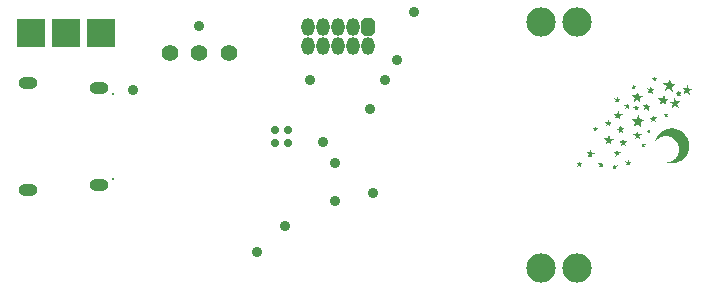
<source format=gbs>
G04 Layer_Color=8150272*
%FSLAX24Y24*%
%MOIN*%
G70*
G01*
G75*
%ADD59C,0.0552*%
%ADD60R,0.0966X0.0966*%
%ADD61C,0.0080*%
%ADD62O,0.0631X0.0395*%
G04:AMPARAMS|DCode=63|XSize=43.4mil|YSize=59.1mil|CornerRadius=0mil|HoleSize=0mil|Usage=FLASHONLY|Rotation=0.000|XOffset=0mil|YOffset=0mil|HoleType=Round|Shape=Octagon|*
%AMOCTAGOND63*
4,1,8,-0.0108,0.0296,0.0108,0.0296,0.0217,0.0187,0.0217,-0.0187,0.0108,-0.0296,-0.0108,-0.0296,-0.0217,-0.0187,-0.0217,0.0187,-0.0108,0.0296,0.0*
%
%ADD63OCTAGOND63*%

%ADD64O,0.0434X0.0591*%
%ADD65C,0.0980*%
%ADD66C,0.0356*%
%ADD67C,0.0277*%
G36*
X25729Y9379D02*
X25737Y9368D01*
X25744Y9360D01*
X25748Y9357D01*
X25752Y9353D01*
X25801D01*
X25797Y9349D01*
X25789Y9342D01*
X25786Y9338D01*
X25782Y9334D01*
X25771Y9327D01*
X25767Y9319D01*
X25763Y9315D01*
Y9308D01*
Y9300D01*
X25767Y9293D01*
Y9289D01*
X25771Y9278D01*
Y9270D01*
X25767Y9267D01*
X25763D01*
X25752Y9274D01*
X25744Y9278D01*
X25729Y9285D01*
X25718D01*
X25711Y9282D01*
X25703Y9278D01*
Y9274D01*
X25692Y9267D01*
X25684Y9263D01*
X25681D01*
X25677Y9267D01*
Y9274D01*
X25681Y9282D01*
X25684Y9297D01*
Y9308D01*
Y9312D01*
X25640Y9342D01*
X25666Y9349D01*
X25684Y9357D01*
X25700Y9368D01*
X25707Y9379D01*
Y9383D01*
X25714Y9409D01*
X25729Y9379D01*
D02*
G37*
G36*
X24815Y9432D02*
X24923Y9435D01*
X24841Y9364D01*
X24860Y9319D01*
X24867Y9297D01*
X24871Y9285D01*
Y9278D01*
X24863D01*
X24852Y9285D01*
X24837Y9289D01*
X24833Y9293D01*
X24811Y9304D01*
X24800Y9312D01*
X24792D01*
X24781Y9308D01*
X24766Y9300D01*
X24751Y9289D01*
X24747Y9285D01*
X24729Y9270D01*
X24717Y9263D01*
X24710Y9259D01*
X24706Y9267D01*
X24710Y9278D01*
X24714Y9289D01*
Y9297D01*
X24721Y9323D01*
Y9342D01*
Y9349D01*
Y9353D01*
X24714Y9364D01*
X24702Y9375D01*
X24691Y9383D01*
X24687Y9387D01*
X24669Y9398D01*
X24657Y9405D01*
X24654Y9413D01*
Y9417D01*
X24661D01*
X24672Y9420D01*
X24743D01*
X24777Y9525D01*
X24815Y9432D01*
D02*
G37*
G36*
X25340Y9315D02*
X25347Y9304D01*
X25351Y9293D01*
X25355Y9285D01*
X25373Y9237D01*
X25482Y9244D01*
X25448Y9214D01*
X25430Y9196D01*
X25415Y9188D01*
X25411Y9184D01*
X25407D01*
X25403Y9181D01*
Y9173D01*
X25411Y9151D01*
X25418Y9124D01*
X25422Y9117D01*
Y9113D01*
X25441Y9068D01*
X25426Y9076D01*
X25396Y9094D01*
X25385Y9102D01*
X25381Y9106D01*
X25351Y9128D01*
X25328Y9109D01*
X25317Y9102D01*
X25313Y9098D01*
X25310Y9094D01*
X25287Y9076D01*
X25272Y9068D01*
X25265Y9064D01*
Y9072D01*
X25268Y9087D01*
X25272Y9102D01*
X25276Y9109D01*
X25280Y9136D01*
X25283Y9154D01*
X25280Y9162D01*
Y9166D01*
X25268Y9177D01*
X25250Y9192D01*
X25235Y9199D01*
X25227Y9203D01*
X25212Y9211D01*
X25208Y9218D01*
Y9222D01*
X25212Y9226D01*
X25261D01*
X25280Y9229D01*
X25291Y9233D01*
X25295D01*
X25306Y9244D01*
X25310Y9259D01*
X25317Y9270D01*
Y9274D01*
X25321Y9289D01*
X25325Y9300D01*
X25332Y9315D01*
X25336Y9319D01*
X25340Y9315D01*
D02*
G37*
G36*
X24414Y9147D02*
X24417Y9128D01*
X24421Y9113D01*
X24425Y9094D01*
X24429Y9087D01*
X24432Y9083D01*
X24447Y9079D01*
X24466Y9072D01*
X24485Y9068D01*
X24507D01*
X24522Y9064D01*
X24537D01*
X24545Y9061D01*
X24549D01*
X24545Y9057D01*
X24541Y9053D01*
X24522Y9042D01*
X24507Y9031D01*
X24500Y9027D01*
X24462Y9004D01*
X24451Y8993D01*
X24447Y8989D01*
X24451Y8974D01*
X24455Y8956D01*
X24459Y8937D01*
X24462Y8933D01*
Y8929D01*
X24466Y8914D01*
X24470Y8903D01*
Y8888D01*
Y8881D01*
X24466Y8884D01*
X24459Y8888D01*
X24440Y8903D01*
X24421Y8918D01*
X24417Y8926D01*
X24414D01*
X24376Y8956D01*
X24290Y8899D01*
X24279Y8896D01*
X24271D01*
Y8899D01*
Y8907D01*
X24282Y8926D01*
X24290Y8944D01*
X24294Y8948D01*
Y8952D01*
X24316Y9012D01*
X24219Y9098D01*
X24346Y9094D01*
X24372Y9154D01*
X24380Y9169D01*
X24387Y9181D01*
X24395Y9196D01*
X24399Y9199D01*
X24414Y9147D01*
D02*
G37*
G36*
X25868Y9870D02*
Y9867D01*
X25872Y9855D01*
X25876Y9840D01*
X25879Y9825D01*
X25883Y9822D01*
X25898Y9788D01*
X25996D01*
X25924Y9720D01*
X25958Y9634D01*
X25951Y9638D01*
X25936Y9645D01*
X25924Y9653D01*
X25917Y9657D01*
X25876Y9683D01*
X25857Y9668D01*
X25849Y9660D01*
X25842Y9657D01*
Y9653D01*
X25823Y9638D01*
X25812Y9630D01*
X25804Y9627D01*
X25801Y9630D01*
Y9645D01*
X25804Y9657D01*
Y9660D01*
X25816Y9709D01*
X25808Y9720D01*
X25797Y9732D01*
X25782Y9739D01*
X25778Y9743D01*
X25759Y9758D01*
X25752Y9765D01*
X25748Y9769D01*
X25756Y9773D01*
X25771D01*
X25782Y9777D01*
X25789D01*
X25834Y9784D01*
X25846Y9825D01*
X25849Y9844D01*
X25857Y9859D01*
X25861Y9863D01*
Y9867D01*
X25864Y9874D01*
X25868D01*
Y9870D01*
D02*
G37*
G36*
X25381Y9867D02*
X25385Y9859D01*
X25388Y9852D01*
Y9848D01*
X25415Y9724D01*
X25580Y9702D01*
X25452Y9627D01*
X25448Y9623D01*
Y9615D01*
Y9608D01*
Y9604D01*
Y9589D01*
X25452Y9570D01*
X25456Y9555D01*
Y9552D01*
Y9548D01*
X25467Y9499D01*
X25471Y9484D01*
X25475Y9477D01*
X25478Y9469D01*
Y9462D01*
X25471D01*
X25463Y9465D01*
X25456Y9473D01*
X25433Y9492D01*
X25411Y9510D01*
X25407Y9514D01*
X25403Y9518D01*
X25355Y9563D01*
X25257Y9507D01*
X25227Y9488D01*
X25220Y9480D01*
Y9484D01*
Y9488D01*
X25223Y9507D01*
X25231Y9533D01*
X25242Y9555D01*
X25246Y9559D01*
Y9563D01*
X25272Y9634D01*
X25145Y9743D01*
X25257Y9735D01*
X25291Y9732D01*
X25302Y9728D01*
X25310Y9732D01*
X25313Y9735D01*
X25317D01*
X25325Y9754D01*
X25336Y9777D01*
X25343Y9795D01*
X25347Y9799D01*
Y9803D01*
X25370Y9852D01*
X25377Y9863D01*
X25381Y9870D01*
Y9867D01*
D02*
G37*
G36*
X23952Y9465D02*
X23956Y9450D01*
X23960Y9443D01*
X23964Y9435D01*
X23967D01*
X23979Y9432D01*
X23994Y9428D01*
X24016D01*
Y9424D01*
X24012Y9420D01*
X24001Y9413D01*
X23997Y9409D01*
X23986Y9402D01*
X23979Y9390D01*
X23975Y9387D01*
Y9383D01*
X23971Y9372D01*
X23975Y9360D01*
X23979Y9353D01*
Y9349D01*
X23982Y9338D01*
Y9334D01*
X23979D01*
X23971Y9338D01*
X23960Y9345D01*
X23956Y9349D01*
X23934Y9368D01*
X23907Y9353D01*
X23892Y9345D01*
X23885Y9342D01*
X23881D01*
X23877Y9345D01*
X23881Y9357D01*
X23885Y9360D01*
X23892Y9375D01*
X23896Y9383D01*
Y9390D01*
X23892Y9398D01*
X23885Y9405D01*
X23881Y9413D01*
X23877D01*
X23866Y9424D01*
X23862Y9428D01*
X23866Y9432D01*
X23870Y9435D01*
X23915D01*
X23922Y9443D01*
X23926Y9454D01*
X23930Y9462D01*
X23934Y9465D01*
X23949Y9499D01*
X23952Y9465D01*
D02*
G37*
G36*
X24387Y9698D02*
X24391Y9687D01*
X24395Y9675D01*
Y9672D01*
X24399Y9657D01*
X24402Y9642D01*
X24406Y9638D01*
X24410Y9634D01*
X24421Y9630D01*
X24432Y9627D01*
X24447Y9623D01*
X24451D01*
X24489Y9619D01*
X24417Y9574D01*
X24425Y9540D01*
X24429Y9522D01*
Y9507D01*
X24432Y9499D01*
Y9495D01*
Y9492D01*
X24425Y9495D01*
X24417Y9499D01*
X24414Y9503D01*
X24395Y9522D01*
X24380Y9529D01*
X24376Y9533D01*
X24361D01*
X24346Y9525D01*
X24335Y9522D01*
X24331Y9518D01*
X24312Y9510D01*
X24301Y9507D01*
X24297D01*
Y9514D01*
X24301Y9525D01*
X24305Y9537D01*
X24309Y9540D01*
X24327Y9578D01*
X24256Y9642D01*
X24346Y9630D01*
X24361Y9668D01*
X24372Y9687D01*
X24376Y9698D01*
X24384Y9702D01*
X24387Y9698D01*
D02*
G37*
G36*
X23416Y8311D02*
X23424Y8292D01*
X23428Y8281D01*
X23431Y8273D01*
X23435Y8270D01*
X23446Y8266D01*
X23458Y8262D01*
X23488D01*
X23495Y8258D01*
Y8255D01*
X23491Y8251D01*
X23476Y8240D01*
X23473Y8236D01*
X23469D01*
X23450Y8225D01*
X23443Y8213D01*
Y8206D01*
Y8202D01*
X23446Y8191D01*
X23450Y8180D01*
X23454Y8172D01*
Y8168D01*
X23458Y8138D01*
X23398Y8191D01*
X23368Y8172D01*
X23353Y8161D01*
X23341Y8153D01*
X23338D01*
X23334Y8161D01*
X23338Y8172D01*
X23341Y8183D01*
X23345Y8187D01*
X23360Y8225D01*
X23296Y8277D01*
X23379D01*
X23405Y8348D01*
X23416Y8311D01*
D02*
G37*
G36*
X25051Y8374D02*
X25055Y8363D01*
X25058Y8352D01*
Y8348D01*
X25062Y8333D01*
X25066Y8322D01*
X25070Y8314D01*
X25073Y8311D01*
X25092D01*
X25111Y8307D01*
X25122Y8303D01*
Y8299D01*
Y8292D01*
X25111Y8281D01*
X25107Y8277D01*
X25103D01*
X25088Y8266D01*
X25081Y8258D01*
Y8251D01*
Y8247D01*
Y8236D01*
Y8225D01*
X25085Y8217D01*
Y8213D01*
X25088Y8202D01*
Y8195D01*
Y8191D01*
X25081Y8195D01*
X25070Y8202D01*
X25062Y8210D01*
X25058Y8213D01*
X25032Y8236D01*
X25002Y8217D01*
X24983Y8206D01*
X24972Y8202D01*
X24968Y8198D01*
Y8206D01*
X24972Y8217D01*
X24976Y8228D01*
X24980Y8232D01*
X24995Y8266D01*
X24935Y8322D01*
X25017Y8318D01*
X25028Y8352D01*
X25036Y8367D01*
X25043Y8374D01*
X25047Y8378D01*
X25051Y8374D01*
D02*
G37*
G36*
X24605Y8187D02*
X24684Y8198D01*
X24620Y8138D01*
X24635Y8108D01*
X24642Y8090D01*
X24646Y8082D01*
Y8075D01*
X24639D01*
X24631Y8078D01*
X24620Y8082D01*
X24616Y8086D01*
X24582Y8105D01*
X24567Y8093D01*
X24560Y8090D01*
X24556Y8086D01*
Y8082D01*
X24541Y8071D01*
X24530Y8067D01*
X24526Y8063D01*
Y8071D01*
X24530Y8078D01*
X24534Y8090D01*
Y8093D01*
X24537Y8112D01*
Y8123D01*
Y8131D01*
X24530Y8142D01*
X24519Y8150D01*
X24511Y8157D01*
X24507Y8161D01*
X24474Y8180D01*
X24511Y8183D01*
X24530Y8187D01*
X24541D01*
X24549Y8191D01*
X24552Y8198D01*
X24556Y8213D01*
X24560Y8225D01*
X24564Y8228D01*
X24571Y8258D01*
X24605Y8187D01*
D02*
G37*
G36*
X24159Y8247D02*
X24211D01*
X24222Y8243D01*
X24226Y8240D01*
X24222Y8236D01*
X24215Y8228D01*
X24211Y8225D01*
X24207Y8221D01*
X24192Y8213D01*
X24185Y8202D01*
X24181Y8198D01*
Y8195D01*
Y8183D01*
Y8165D01*
X24185Y8153D01*
Y8146D01*
X24189Y8135D01*
Y8127D01*
X24185Y8123D01*
X24181Y8127D01*
X24177Y8131D01*
X24151Y8150D01*
X24136Y8161D01*
X24129Y8165D01*
X24114D01*
X24099Y8157D01*
X24087Y8150D01*
X24084Y8146D01*
X24065Y8135D01*
X24057Y8131D01*
X24054D01*
X24080Y8202D01*
X24024Y8255D01*
X24106D01*
X24121Y8292D01*
X24129Y8311D01*
X24136Y8318D01*
X24140D01*
X24159Y8247D01*
D02*
G37*
G36*
X25542Y8918D02*
X25546Y8907D01*
X25553Y8899D01*
X25557Y8892D01*
X25565Y8888D01*
X25617D01*
X25591Y8869D01*
X25583Y8862D01*
X25576Y8854D01*
Y8851D01*
Y8843D01*
X25580Y8832D01*
X25583Y8824D01*
Y8821D01*
X25587Y8809D01*
X25591Y8802D01*
Y8794D01*
X25587Y8798D01*
X25580Y8802D01*
X25572Y8806D01*
X25568D01*
X25553Y8813D01*
X25546Y8821D01*
X25538D01*
X25527Y8817D01*
X25523Y8813D01*
X25512Y8802D01*
X25505Y8798D01*
X25497D01*
Y8802D01*
Y8813D01*
Y8821D01*
Y8832D01*
Y8839D01*
Y8847D01*
X25493Y8854D01*
X25486Y8858D01*
X25482Y8866D01*
X25478D01*
X25452Y8877D01*
X25482Y8881D01*
X25493Y8884D01*
X25501D01*
X25508Y8888D01*
X25512Y8896D01*
X25516Y8903D01*
X25520Y8911D01*
Y8914D01*
X25527Y8944D01*
X25542Y8918D01*
D02*
G37*
G36*
X24867Y9072D02*
X24875Y9061D01*
X24878Y9046D01*
X24882Y9042D01*
Y9038D01*
X24897Y8993D01*
X25006Y9004D01*
X24927Y8929D01*
X24942Y8892D01*
X24950Y8869D01*
X24953Y8854D01*
X24957Y8851D01*
Y8847D01*
X24950D01*
X24935Y8854D01*
X24923Y8862D01*
X24916Y8866D01*
X24875Y8892D01*
X24856Y8877D01*
X24848Y8869D01*
X24841Y8866D01*
Y8862D01*
X24826Y8851D01*
X24815Y8843D01*
X24800Y8832D01*
X24792D01*
X24815Y8922D01*
X24807Y8929D01*
X24792Y8941D01*
X24781Y8952D01*
X24773Y8956D01*
X24729Y8982D01*
X24777Y8989D01*
X24803Y8993D01*
X24818D01*
X24826Y8997D01*
X24830D01*
X24833Y9008D01*
X24841Y9023D01*
X24845Y9034D01*
Y9042D01*
X24848Y9064D01*
X24856Y9076D01*
X24860Y9079D01*
X24863D01*
X24867Y9072D01*
D02*
G37*
G36*
X24672Y8704D02*
X24680Y8686D01*
X24684Y8678D01*
Y8674D01*
X24695Y8633D01*
X24796Y8648D01*
X24762Y8614D01*
X24743Y8599D01*
X24732Y8584D01*
X24729Y8581D01*
Y8577D01*
Y8566D01*
X24732Y8547D01*
X24736Y8536D01*
X24740Y8528D01*
X24759Y8491D01*
X24699Y8528D01*
X24687Y8536D01*
X24672D01*
X24661Y8532D01*
X24650Y8524D01*
X24642Y8517D01*
X24639Y8513D01*
X24624Y8498D01*
X24612Y8491D01*
X24609Y8487D01*
X24605Y8491D01*
X24609Y8502D01*
X24612Y8513D01*
Y8517D01*
X24616Y8539D01*
X24620Y8551D01*
Y8558D01*
Y8562D01*
X24612Y8573D01*
X24601Y8588D01*
X24586Y8596D01*
X24582Y8599D01*
X24541Y8622D01*
X24582Y8626D01*
X24605Y8629D01*
X24620Y8633D01*
X24627Y8637D01*
X24631D01*
X24639Y8648D01*
X24642Y8663D01*
X24646Y8678D01*
X24650Y8682D01*
X24654Y8701D01*
X24661Y8708D01*
X24665D01*
X24672Y8704D01*
D02*
G37*
G36*
X23791Y8701D02*
X23795Y8693D01*
X23799Y8674D01*
X23802Y8656D01*
X23806Y8652D01*
Y8648D01*
X23810Y8633D01*
X23818Y8622D01*
X23821Y8614D01*
X23825Y8611D01*
X23877D01*
X23889Y8607D01*
X23892D01*
X23915Y8599D01*
X23881Y8581D01*
X23855Y8566D01*
X23844Y8554D01*
X23836Y8551D01*
Y8547D01*
X23832Y8539D01*
Y8524D01*
X23836Y8513D01*
Y8509D01*
X23840Y8491D01*
X23844Y8479D01*
X23847Y8472D01*
Y8468D01*
X23851Y8461D01*
X23847Y8457D01*
X23840Y8461D01*
X23832Y8468D01*
X23814Y8479D01*
X23810Y8483D01*
X23806Y8487D01*
X23769Y8517D01*
X23724Y8491D01*
X23705Y8476D01*
X23694Y8468D01*
X23690D01*
Y8472D01*
Y8479D01*
X23698Y8498D01*
X23701Y8517D01*
X23705Y8521D01*
Y8524D01*
X23716Y8558D01*
X23645Y8626D01*
X23743Y8622D01*
X23765Y8671D01*
X23769Y8682D01*
X23776Y8693D01*
X23780Y8701D01*
X23788Y8704D01*
X23791Y8701D01*
D02*
G37*
G36*
X25212Y10860D02*
X25220Y10853D01*
X25223Y10849D01*
Y10845D01*
X25235Y10830D01*
X25238Y10823D01*
X25287D01*
Y10819D01*
Y10815D01*
X25276Y10804D01*
X25272Y10800D01*
X25265Y10793D01*
X25261Y10785D01*
Y10781D01*
Y10774D01*
Y10766D01*
X25265Y10759D01*
Y10755D01*
X25268Y10744D01*
Y10736D01*
Y10733D01*
X25265D01*
X25257Y10736D01*
X25250Y10740D01*
X25246D01*
X25235Y10748D01*
X25212D01*
X25205Y10744D01*
X25201Y10740D01*
X25197Y10736D01*
X25175Y10721D01*
Y10725D01*
Y10733D01*
Y10740D01*
Y10744D01*
Y10759D01*
Y10770D01*
Y10778D01*
X25171Y10785D01*
X25163Y10789D01*
X25160Y10793D01*
X25156D01*
X25145Y10800D01*
X25141Y10808D01*
X25145Y10811D01*
X25148Y10815D01*
X25178D01*
X25186Y10819D01*
X25193D01*
X25197Y10834D01*
Y10838D01*
Y10841D01*
X25201Y10856D01*
X25205Y10864D01*
X25208D01*
X25212Y10860D01*
D02*
G37*
G36*
X25823Y10744D02*
X25924Y10733D01*
X25838Y10680D01*
Y10673D01*
X25842Y10661D01*
X25846Y10646D01*
Y10643D01*
X25849Y10620D01*
X25853Y10601D01*
X25857Y10586D01*
Y10583D01*
Y10579D01*
X25846Y10583D01*
X25831Y10594D01*
X25827Y10598D01*
X25801Y10620D01*
X25786Y10631D01*
X25778Y10635D01*
X25767Y10631D01*
X25752Y10628D01*
X25741Y10620D01*
X25733Y10616D01*
X25711Y10605D01*
X25700Y10601D01*
X25692Y10598D01*
Y10605D01*
X25700Y10620D01*
X25703Y10635D01*
X25707Y10643D01*
X25729Y10688D01*
X25647Y10755D01*
X25756Y10748D01*
X25797Y10841D01*
X25823Y10744D01*
D02*
G37*
G36*
X26738Y10624D02*
X26805D01*
X26802Y10620D01*
X26794Y10609D01*
X26787Y10601D01*
X26783Y10598D01*
X26757Y10575D01*
X26779Y10504D01*
X26772Y10508D01*
X26760Y10511D01*
X26749Y10515D01*
X26745Y10519D01*
X26715Y10538D01*
X26700Y10526D01*
X26693Y10523D01*
X26685Y10519D01*
Y10515D01*
X26670Y10504D01*
X26663Y10500D01*
X26652Y10496D01*
Y10500D01*
Y10504D01*
X26655Y10515D01*
X26659Y10526D01*
X26663Y10538D01*
Y10541D01*
Y10553D01*
Y10560D01*
Y10568D01*
X26655Y10575D01*
X26644Y10586D01*
X26637Y10590D01*
X26633Y10594D01*
X26603Y10613D01*
X26640Y10620D01*
X26655Y10624D01*
X26670D01*
X26674Y10628D01*
X26678D01*
X26682Y10635D01*
X26689Y10646D01*
X26693Y10658D01*
Y10661D01*
X26704Y10695D01*
X26738Y10624D01*
D02*
G37*
G36*
X25377Y10590D02*
X25381Y10571D01*
X25385Y10553D01*
X25396Y10534D01*
X25400Y10523D01*
X25403Y10519D01*
X25418Y10511D01*
X25437Y10508D01*
X25505D01*
X25516Y10504D01*
X25520D01*
X25531Y10500D01*
Y10496D01*
Y10493D01*
X25520Y10485D01*
X25505Y10474D01*
X25490Y10466D01*
X25482Y10463D01*
X25418Y10421D01*
Y10418D01*
Y10406D01*
Y10399D01*
Y10395D01*
X25422Y10380D01*
X25426Y10365D01*
X25430Y10350D01*
Y10346D01*
X25441Y10301D01*
Y10290D01*
Y10283D01*
Y10279D01*
X25437Y10283D01*
X25430Y10290D01*
X25422Y10294D01*
X25418Y10298D01*
X25332Y10369D01*
X25223Y10313D01*
X25216Y10305D01*
X25208Y10301D01*
Y10305D01*
Y10313D01*
X25212Y10320D01*
Y10324D01*
X25261Y10433D01*
X25145Y10534D01*
X25298Y10523D01*
X25347Y10643D01*
X25358Y10661D01*
X25377Y10590D01*
D02*
G37*
G36*
X25928Y11130D02*
X25932Y11119D01*
X25939Y11111D01*
X25943Y11104D01*
X25973D01*
X26007Y11100D01*
X25958Y11063D01*
X25969Y11029D01*
X25973Y11014D01*
Y11006D01*
Y11003D01*
X25966Y11006D01*
X25958Y11010D01*
X25951Y11014D01*
X25947Y11018D01*
X25921Y11033D01*
X25913Y11021D01*
X25906Y11014D01*
X25894Y11003D01*
X25887Y10999D01*
X25879D01*
Y11006D01*
Y11010D01*
X25887Y11040D01*
X25883Y11051D01*
X25876Y11063D01*
X25868Y11070D01*
X25864Y11074D01*
X25834Y11092D01*
X25868Y11096D01*
X25883D01*
X25891Y11100D01*
X25898D01*
X25902Y11107D01*
X25906Y11119D01*
X25909Y11126D01*
Y11130D01*
X25917Y11156D01*
X25928Y11130D01*
D02*
G37*
G36*
X26523Y9424D02*
X26539Y9423D01*
X26551D01*
X26561Y9422D01*
X26569Y9421D01*
X26575Y9420D01*
X26576D01*
X26608Y9413D01*
X26639Y9405D01*
X26668Y9396D01*
X26696Y9386D01*
X26723Y9374D01*
X26748Y9362D01*
X26771Y9350D01*
X26793Y9338D01*
X26812Y9327D01*
X26829Y9315D01*
X26843Y9304D01*
X26856Y9295D01*
X26865Y9288D01*
X26872Y9282D01*
X26877Y9278D01*
X26878Y9277D01*
X26901Y9256D01*
X26922Y9232D01*
X26941Y9209D01*
X26959Y9185D01*
X26975Y9161D01*
X26989Y9138D01*
X27002Y9114D01*
X27013Y9093D01*
X27022Y9071D01*
X27031Y9052D01*
X27038Y9035D01*
X27043Y9021D01*
X27047Y9010D01*
X27050Y9001D01*
X27051Y8995D01*
X27052Y8993D01*
X27056Y8980D01*
X27058Y8969D01*
X27060Y8959D01*
X27061Y8950D01*
X27062Y8943D01*
X27064Y8938D01*
Y8934D01*
Y8933D01*
X27065Y8922D01*
Y8908D01*
X27066Y8895D01*
Y8880D01*
X27067Y8867D01*
Y8857D01*
Y8852D01*
Y8849D01*
Y8848D01*
Y8847D01*
Y8826D01*
Y8808D01*
X27066Y8794D01*
Y8781D01*
Y8772D01*
X27065Y8766D01*
Y8762D01*
Y8761D01*
X27061Y8742D01*
X27059Y8732D01*
X27058Y8723D01*
X27056Y8716D01*
X27055Y8711D01*
X27053Y8706D01*
Y8705D01*
X27043Y8673D01*
X27032Y8643D01*
X27020Y8614D01*
X27006Y8587D01*
X26993Y8562D01*
X26978Y8539D01*
X26965Y8517D01*
X26950Y8497D01*
X26937Y8480D01*
X26924Y8464D01*
X26913Y8451D01*
X26904Y8440D01*
X26895Y8431D01*
X26889Y8425D01*
X26885Y8421D01*
X26884Y8419D01*
X26860Y8399D01*
X26835Y8381D01*
X26811Y8364D01*
X26786Y8350D01*
X26761Y8336D01*
X26736Y8324D01*
X26713Y8314D01*
X26690Y8305D01*
X26669Y8297D01*
X26649Y8290D01*
X26632Y8286D01*
X26617Y8281D01*
X26605Y8278D01*
X26596Y8276D01*
X26590Y8274D01*
X26588D01*
X26572Y8272D01*
X26556Y8271D01*
X26540Y8269D01*
X26524D01*
X26512Y8268D01*
X26471D01*
X26452Y8269D01*
X26434Y8270D01*
X26419Y8272D01*
X26408Y8273D01*
X26399Y8274D01*
X26394Y8276D01*
X26391D01*
X26378Y8278D01*
X26368Y8279D01*
X26363Y8280D01*
X26360Y8281D01*
X26358D01*
X26353Y8282D01*
X26349Y8283D01*
X26344Y8285D01*
X26341Y8286D01*
Y8287D01*
X26344Y8288D01*
X26348Y8289D01*
X26350D01*
X26354Y8290D01*
X26361Y8292D01*
X26376Y8296D01*
X26384Y8298D01*
X26389Y8299D01*
X26394Y8300D01*
X26395D01*
X26417Y8306D01*
X26439Y8314D01*
X26459Y8323D01*
X26478Y8332D01*
X26494Y8340D01*
X26506Y8346D01*
X26511Y8349D01*
X26514Y8351D01*
X26516Y8352D01*
X26517D01*
X26540Y8367D01*
X26560Y8381D01*
X26577Y8396D01*
X26591Y8408D01*
X26604Y8419D01*
X26613Y8428D01*
X26617Y8434D01*
X26620Y8436D01*
X26632Y8451D01*
X26643Y8466D01*
X26652Y8479D01*
X26661Y8491D01*
X26667Y8502D01*
X26672Y8509D01*
X26675Y8514D01*
X26676Y8516D01*
X26690Y8548D01*
X26696Y8562D01*
X26702Y8577D01*
X26706Y8588D01*
X26709Y8598D01*
X26711Y8604D01*
X26712Y8606D01*
X26717Y8625D01*
X26720Y8634D01*
X26721Y8641D01*
X26723Y8647D01*
Y8652D01*
X26724Y8654D01*
Y8655D01*
X26725Y8664D01*
Y8676D01*
X26726Y8698D01*
Y8708D01*
Y8716D01*
Y8722D01*
Y8724D01*
Y8747D01*
X26725Y8766D01*
X26724Y8784D01*
X26723Y8798D01*
X26721Y8811D01*
X26720Y8820D01*
X26718Y8824D01*
Y8826D01*
X26714Y8842D01*
X26709Y8858D01*
X26703Y8874D01*
X26697Y8888D01*
X26692Y8901D01*
X26687Y8911D01*
X26684Y8917D01*
X26683Y8919D01*
Y8920D01*
X26662Y8956D01*
X26641Y8987D01*
X26618Y9015D01*
X26607Y9028D01*
X26596Y9039D01*
X26587Y9049D01*
X26577Y9058D01*
X26569Y9065D01*
X26562Y9071D01*
X26556Y9076D01*
X26551Y9079D01*
X26549Y9081D01*
X26548Y9083D01*
X26515Y9104D01*
X26480Y9122D01*
X26448Y9135D01*
X26416Y9147D01*
X26403Y9150D01*
X26390Y9153D01*
X26378Y9157D01*
X26369Y9159D01*
X26361Y9160D01*
X26354Y9161D01*
X26351Y9162D01*
X26350D01*
X26328Y9165D01*
X26308Y9166D01*
X26269D01*
X26232Y9162D01*
X26215Y9160D01*
X26199Y9157D01*
X26185Y9153D01*
X26172Y9151D01*
X26161Y9148D01*
X26151Y9144D01*
X26143Y9142D01*
X26137Y9141D01*
X26134Y9139D01*
X26133D01*
X26095Y9122D01*
X26060Y9102D01*
X26028Y9080D01*
X26015Y9070D01*
X26003Y9060D01*
X25990Y9050D01*
X25980Y9041D01*
X25972Y9033D01*
X25964Y9026D01*
X25959Y9020D01*
X25954Y9015D01*
X25952Y9013D01*
X25951Y9012D01*
X25932Y8988D01*
X25927Y8984D01*
X25925Y8981D01*
X25924Y8980D01*
X25937Y9023D01*
X25945Y9047D01*
X25954Y9068D01*
X25963Y9088D01*
X25971Y9106D01*
X25979Y9121D01*
X25985Y9132D01*
X25987Y9135D01*
X25989Y9139D01*
X25990Y9140D01*
Y9141D01*
X26003Y9161D01*
X26016Y9180D01*
X26028Y9198D01*
X26041Y9213D01*
X26052Y9226D01*
X26061Y9237D01*
X26067Y9242D01*
X26068Y9244D01*
X26069D01*
X26088Y9264D01*
X26108Y9282D01*
X26127Y9297D01*
X26147Y9313D01*
X26168Y9327D01*
X26187Y9339D01*
X26206Y9350D01*
X26223Y9360D01*
X26240Y9368D01*
X26254Y9376D01*
X26268Y9383D01*
X26279Y9387D01*
X26289Y9392D01*
X26296Y9394D01*
X26300Y9396D01*
X26301D01*
X26326Y9404D01*
X26351Y9411D01*
X26376Y9415D01*
X26399Y9420D01*
X26445Y9424D01*
X26467Y9425D01*
X26506D01*
X26523Y9424D01*
D02*
G37*
G36*
X27012Y10868D02*
X27015Y10864D01*
X27019Y10845D01*
X27023Y10826D01*
X27027Y10823D01*
Y10819D01*
X27042Y10759D01*
X27075Y10755D01*
X27098Y10751D01*
X27150D01*
X27162Y10748D01*
X27165Y10744D01*
X27162Y10740D01*
X27158Y10736D01*
X27154Y10733D01*
X27150D01*
X27113Y10710D01*
X27098Y10703D01*
X27083Y10695D01*
X27068Y10680D01*
X27060Y10676D01*
Y10673D01*
X27064Y10650D01*
X27072Y10628D01*
X27075Y10616D01*
Y10613D01*
X27079Y10594D01*
X27083Y10583D01*
X27087Y10564D01*
Y10556D01*
Y10553D01*
X27075Y10560D01*
X27060Y10575D01*
X27045Y10586D01*
X27038Y10594D01*
X26993Y10635D01*
X26970Y10620D01*
X26952Y10613D01*
X26933Y10601D01*
X26918Y10594D01*
X26914Y10590D01*
X26880Y10568D01*
X26895Y10613D01*
X26929Y10688D01*
X26835Y10774D01*
X26963Y10766D01*
X26982Y10815D01*
X26989Y10830D01*
X26997Y10845D01*
X27004Y10860D01*
X27008Y10871D01*
X27012Y10868D01*
D02*
G37*
G36*
X26464Y10924D02*
X26573Y10913D01*
X26637Y10901D01*
X26566Y10860D01*
X26547Y10849D01*
X26528Y10838D01*
X26521Y10830D01*
X26517Y10826D01*
X26502Y10819D01*
X26498Y10811D01*
X26494Y10808D01*
Y10800D01*
X26498Y10789D01*
X26502Y10766D01*
X26506Y10744D01*
X26509Y10736D01*
Y10733D01*
X26517Y10699D01*
X26524Y10673D01*
X26528Y10661D01*
Y10658D01*
Y10650D01*
X26521D01*
X26506Y10665D01*
X26483Y10684D01*
X26464Y10699D01*
X26461Y10706D01*
X26457D01*
X26412Y10740D01*
X26401Y10748D01*
X26397Y10755D01*
X26393D01*
X26273Y10684D01*
X26262Y10676D01*
X26258Y10673D01*
X26254D01*
Y10676D01*
Y10684D01*
X26258Y10691D01*
Y10695D01*
X26314Y10830D01*
X26251Y10886D01*
X26232Y10901D01*
X26217Y10913D01*
X26209Y10924D01*
X26202Y10931D01*
X26198Y10939D01*
X26202Y10943D01*
X26258D01*
X26273Y10939D01*
X26284D01*
X26314Y10935D01*
X26329Y10931D01*
X26344D01*
X26352Y10935D01*
X26359Y10939D01*
X26363Y10943D01*
X26393Y11018D01*
X26404Y11040D01*
X26412Y11059D01*
X26416Y11066D01*
X26419Y11074D01*
X26427Y11078D01*
X26464Y10924D01*
D02*
G37*
G36*
X25325Y10140D02*
X25396D01*
X25370Y10114D01*
X25358Y10103D01*
X25355Y10092D01*
X25351Y10084D01*
Y10080D01*
Y10069D01*
X25358Y10050D01*
X25362Y10035D01*
X25366Y10032D01*
Y10028D01*
Y10024D01*
Y10020D01*
X25355Y10024D01*
X25343Y10032D01*
X25336Y10035D01*
X25302Y10054D01*
X25287Y10043D01*
X25280Y10035D01*
X25276Y10032D01*
X25261Y10020D01*
X25250Y10013D01*
X25246D01*
Y10020D01*
Y10028D01*
X25250Y10039D01*
Y10043D01*
X25253Y10062D01*
Y10073D01*
Y10077D01*
Y10080D01*
X25246Y10092D01*
X25235Y10103D01*
X25223Y10107D01*
X25220Y10110D01*
X25190Y10129D01*
X25227Y10133D01*
X25246D01*
X25257Y10137D01*
X25265D01*
X25268Y10144D01*
X25276Y10155D01*
X25280Y10166D01*
Y10170D01*
X25291Y10208D01*
X25325Y10140D01*
D02*
G37*
G36*
X25017Y10245D02*
X25025Y10230D01*
Y10226D01*
Y10223D01*
X25028Y10208D01*
X25032Y10200D01*
X25036Y10193D01*
X25043Y10189D01*
X25055D01*
X25066Y10185D01*
X25070D01*
X25107Y10181D01*
X25077Y10163D01*
X25062Y10151D01*
X25051Y10144D01*
X25047Y10137D01*
Y10133D01*
Y10122D01*
Y10110D01*
X25051Y10099D01*
Y10095D01*
X25055Y10084D01*
Y10077D01*
X25051D01*
X25043Y10080D01*
X25032Y10088D01*
X25025Y10095D01*
X24998Y10114D01*
X24965Y10095D01*
X24953Y10088D01*
X24942Y10084D01*
X24935D01*
X24938Y10088D01*
Y10092D01*
X24950Y10118D01*
X24953Y10133D01*
X24957Y10140D01*
Y10144D01*
X24953Y10151D01*
X24946Y10159D01*
X24938Y10166D01*
X24935D01*
X24908Y10189D01*
X24983D01*
X24998Y10223D01*
X25006Y10241D01*
X25010Y10249D01*
X25013D01*
X25017Y10245D01*
D02*
G37*
G36*
X26303Y9927D02*
X26307Y9915D01*
X26314Y9908D01*
X26318Y9900D01*
X26326Y9897D01*
X26378D01*
X26329Y9855D01*
X26356Y9799D01*
X26299Y9833D01*
X26288Y9822D01*
X26281Y9814D01*
X26277D01*
X26266Y9803D01*
X26262Y9799D01*
X26258Y9795D01*
Y9799D01*
Y9807D01*
Y9814D01*
Y9818D01*
X26262Y9833D01*
Y9840D01*
Y9848D01*
X26258Y9855D01*
X26251Y9863D01*
X26243Y9867D01*
X26239Y9870D01*
X26217Y9889D01*
X26247Y9893D01*
X26258D01*
X26266Y9897D01*
X26273D01*
X26277Y9904D01*
X26281Y9912D01*
X26284Y9919D01*
Y9923D01*
X26292Y9953D01*
X26303Y9927D01*
D02*
G37*
G36*
X24721Y9987D02*
X24725Y9972D01*
X24729Y9957D01*
X24732Y9953D01*
Y9949D01*
X24743Y9900D01*
X24848Y9893D01*
X24815Y9870D01*
X24800Y9863D01*
X24788Y9855D01*
X24773Y9844D01*
X24766Y9840D01*
Y9837D01*
X24762Y9825D01*
X24766Y9807D01*
X24770Y9795D01*
Y9788D01*
X24773Y9765D01*
X24777Y9750D01*
Y9743D01*
Y9739D01*
Y9735D01*
X24773Y9739D01*
X24766Y9743D01*
X24762Y9747D01*
X24759D01*
X24743Y9758D01*
X24732Y9769D01*
X24725Y9773D01*
X24721Y9777D01*
X24710Y9788D01*
X24702Y9792D01*
X24695D01*
X24680Y9788D01*
X24665Y9780D01*
X24650Y9773D01*
X24646Y9769D01*
X24624Y9758D01*
X24612Y9754D01*
X24605D01*
X24642Y9840D01*
X24564Y9912D01*
X24676Y9908D01*
X24691Y9957D01*
X24699Y9972D01*
X24702Y9979D01*
X24710Y9994D01*
X24714Y9998D01*
X24721Y9987D01*
D02*
G37*
G36*
X24684Y10466D02*
X24687Y10448D01*
X24691Y10444D01*
Y10440D01*
X24699Y10410D01*
X24781Y10403D01*
X24743Y10380D01*
X24732Y10373D01*
X24721Y10369D01*
X24714Y10358D01*
X24710Y10350D01*
Y10346D01*
X24714Y10335D01*
X24717Y10324D01*
X24721Y10313D01*
Y10309D01*
Y10298D01*
Y10294D01*
Y10290D01*
X24714Y10294D01*
X24702Y10301D01*
X24695Y10305D01*
X24691Y10309D01*
X24665Y10331D01*
X24631Y10313D01*
X24612Y10301D01*
X24601Y10298D01*
X24597D01*
X24627Y10369D01*
X24564Y10421D01*
X24646Y10414D01*
X24661Y10448D01*
X24669Y10463D01*
X24672Y10470D01*
X24680D01*
X24684Y10466D01*
D02*
G37*
G36*
X26251Y10455D02*
X26254Y10440D01*
X26258Y10433D01*
X26262Y10425D01*
X26269Y10421D01*
X26281Y10418D01*
X26292D01*
X26393Y10403D01*
X26284Y10339D01*
Y10335D01*
Y10328D01*
X26288Y10305D01*
X26292Y10283D01*
X26296Y10279D01*
Y10275D01*
X26299Y10256D01*
X26303Y10241D01*
Y10223D01*
Y10215D01*
Y10211D01*
X26292Y10219D01*
X26281Y10230D01*
X26266Y10241D01*
X26262Y10245D01*
X26239Y10264D01*
X26224Y10275D01*
X26217Y10279D01*
X26198D01*
X26176Y10271D01*
X26157Y10260D01*
X26153Y10256D01*
X26149D01*
X26134Y10249D01*
X26119Y10241D01*
X26104Y10234D01*
X26097Y10230D01*
Y10234D01*
Y10241D01*
X26101Y10245D01*
Y10249D01*
X26138Y10350D01*
X26037Y10440D01*
X26153Y10433D01*
X26161D01*
X26164Y10436D01*
X26168Y10440D01*
X26172D01*
X26179Y10455D01*
X26187Y10470D01*
X26191Y10485D01*
X26194Y10489D01*
X26228Y10549D01*
X26251Y10455D01*
D02*
G37*
G36*
X26584Y10433D02*
X26588Y10429D01*
X26599Y10406D01*
X26607Y10388D01*
X26611Y10380D01*
Y10376D01*
X26633Y10324D01*
X26775Y10331D01*
X26667Y10238D01*
X26715Y10118D01*
X26712D01*
X26704Y10122D01*
X26685Y10137D01*
X26663Y10148D01*
X26659Y10151D01*
X26655D01*
X26618Y10174D01*
X26599Y10181D01*
X26588Y10178D01*
X26569Y10166D01*
X26558Y10151D01*
X26551Y10148D01*
X26536Y10133D01*
X26524Y10125D01*
X26506Y10114D01*
X26498Y10110D01*
Y10114D01*
Y10122D01*
X26502Y10144D01*
X26506Y10166D01*
X26509Y10170D01*
Y10174D01*
X26524Y10230D01*
X26408Y10305D01*
X26476Y10313D01*
X26547Y10316D01*
X26562Y10384D01*
X26566Y10403D01*
X26569Y10418D01*
X26573Y10425D01*
X26577Y10433D01*
X26581Y10436D01*
X26584Y10433D01*
D02*
G37*
G36*
X25666Y10271D02*
Y10268D01*
X25673Y10253D01*
X25677Y10234D01*
Y10230D01*
Y10226D01*
X25688Y10181D01*
X25763D01*
X25771Y10178D01*
X25782D01*
X25786Y10174D01*
Y10170D01*
X25778Y10166D01*
X25771Y10159D01*
X25759Y10151D01*
X25756Y10148D01*
X25737Y10137D01*
X25726Y10125D01*
X25718Y10118D01*
Y10114D01*
X25714Y10095D01*
Y10073D01*
X25718Y10050D01*
Y10047D01*
Y10043D01*
X25729Y10013D01*
X25647Y10084D01*
X25602Y10058D01*
X25587Y10050D01*
X25580Y10043D01*
X25565Y10035D01*
X25561D01*
Y10043D01*
X25565Y10058D01*
X25568Y10073D01*
X25572Y10080D01*
X25591Y10129D01*
X25561Y10159D01*
X25542Y10174D01*
X25531Y10185D01*
X25523Y10189D01*
X25520Y10193D01*
X25516Y10196D01*
X25520Y10200D01*
X25531D01*
X25621Y10193D01*
X25640Y10241D01*
X25643Y10253D01*
X25651Y10264D01*
X25655Y10271D01*
X25662Y10275D01*
X25666Y10271D01*
D02*
G37*
D59*
X11720Y11931D02*
D03*
X10740D02*
D03*
X9760Y11921D02*
D03*
D60*
X5140Y12598D02*
D03*
X6299D02*
D03*
X7459D02*
D03*
D61*
X7874Y7736D02*
D03*
Y10571D02*
D03*
D62*
X5039Y7386D02*
D03*
Y10921D02*
D03*
X7382Y7528D02*
D03*
Y10780D02*
D03*
D63*
X16354Y12820D02*
D03*
D64*
Y12180D02*
D03*
X15854Y12820D02*
D03*
Y12180D02*
D03*
X15354Y12820D02*
D03*
Y12180D02*
D03*
X14854Y12820D02*
D03*
Y12180D02*
D03*
X14354Y12820D02*
D03*
Y12180D02*
D03*
D65*
X22136Y4758D02*
D03*
X23336D02*
D03*
Y12958D02*
D03*
X22136D02*
D03*
D66*
X17319Y11716D02*
D03*
X16437Y10077D02*
D03*
X12650Y5290D02*
D03*
X17890Y13310D02*
D03*
X8540Y10690D02*
D03*
X10730Y12840D02*
D03*
X14413Y11050D02*
D03*
X13580Y6170D02*
D03*
X16920Y11050D02*
D03*
X15256Y8268D02*
D03*
Y6988D02*
D03*
X14862Y8957D02*
D03*
X16535Y7283D02*
D03*
D67*
X13701Y8937D02*
D03*
X13268D02*
D03*
X13701Y9370D02*
D03*
X13268D02*
D03*
M02*

</source>
